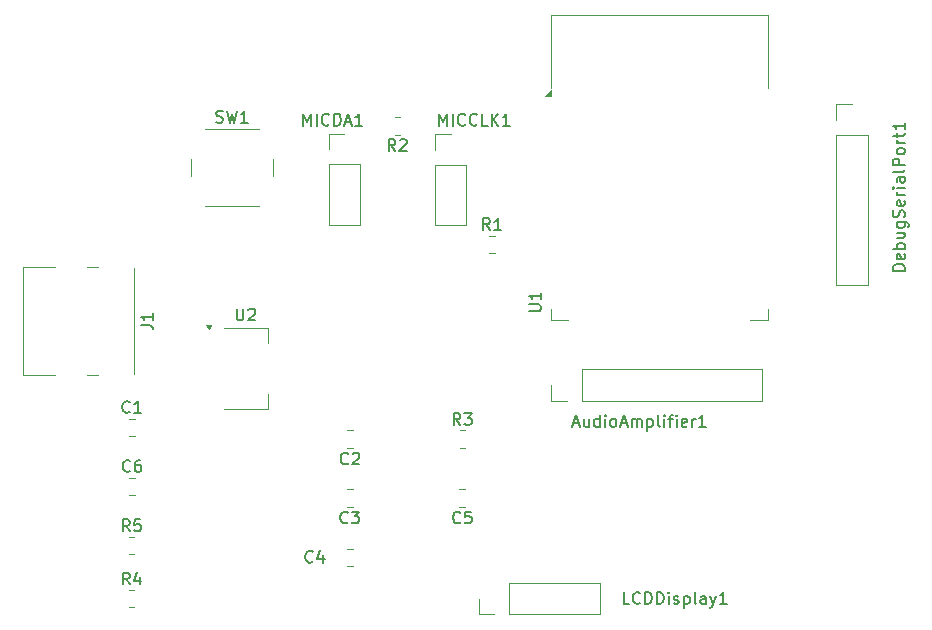
<source format=gbr>
G04 #@! TF.GenerationSoftware,KiCad,Pcbnew,8.0.4*
G04 #@! TF.CreationDate,2024-10-11T16:18:39-05:00*
G04 #@! TF.ProjectId,final_project_v0.1,66696e61-6c5f-4707-926f-6a6563745f76,rev?*
G04 #@! TF.SameCoordinates,Original*
G04 #@! TF.FileFunction,Legend,Top*
G04 #@! TF.FilePolarity,Positive*
%FSLAX46Y46*%
G04 Gerber Fmt 4.6, Leading zero omitted, Abs format (unit mm)*
G04 Created by KiCad (PCBNEW 8.0.4) date 2024-10-11 16:18:39*
%MOMM*%
%LPD*%
G01*
G04 APERTURE LIST*
%ADD10C,0.150000*%
%ADD11C,0.120000*%
G04 APERTURE END LIST*
D10*
X132547619Y-75954819D02*
X132547619Y-74954819D01*
X132547619Y-74954819D02*
X132880952Y-75669104D01*
X132880952Y-75669104D02*
X133214285Y-74954819D01*
X133214285Y-74954819D02*
X133214285Y-75954819D01*
X133690476Y-75954819D02*
X133690476Y-74954819D01*
X134738094Y-75859580D02*
X134690475Y-75907200D01*
X134690475Y-75907200D02*
X134547618Y-75954819D01*
X134547618Y-75954819D02*
X134452380Y-75954819D01*
X134452380Y-75954819D02*
X134309523Y-75907200D01*
X134309523Y-75907200D02*
X134214285Y-75811961D01*
X134214285Y-75811961D02*
X134166666Y-75716723D01*
X134166666Y-75716723D02*
X134119047Y-75526247D01*
X134119047Y-75526247D02*
X134119047Y-75383390D01*
X134119047Y-75383390D02*
X134166666Y-75192914D01*
X134166666Y-75192914D02*
X134214285Y-75097676D01*
X134214285Y-75097676D02*
X134309523Y-75002438D01*
X134309523Y-75002438D02*
X134452380Y-74954819D01*
X134452380Y-74954819D02*
X134547618Y-74954819D01*
X134547618Y-74954819D02*
X134690475Y-75002438D01*
X134690475Y-75002438D02*
X134738094Y-75050057D01*
X135738094Y-75859580D02*
X135690475Y-75907200D01*
X135690475Y-75907200D02*
X135547618Y-75954819D01*
X135547618Y-75954819D02*
X135452380Y-75954819D01*
X135452380Y-75954819D02*
X135309523Y-75907200D01*
X135309523Y-75907200D02*
X135214285Y-75811961D01*
X135214285Y-75811961D02*
X135166666Y-75716723D01*
X135166666Y-75716723D02*
X135119047Y-75526247D01*
X135119047Y-75526247D02*
X135119047Y-75383390D01*
X135119047Y-75383390D02*
X135166666Y-75192914D01*
X135166666Y-75192914D02*
X135214285Y-75097676D01*
X135214285Y-75097676D02*
X135309523Y-75002438D01*
X135309523Y-75002438D02*
X135452380Y-74954819D01*
X135452380Y-74954819D02*
X135547618Y-74954819D01*
X135547618Y-74954819D02*
X135690475Y-75002438D01*
X135690475Y-75002438D02*
X135738094Y-75050057D01*
X136642856Y-75954819D02*
X136166666Y-75954819D01*
X136166666Y-75954819D02*
X136166666Y-74954819D01*
X136976190Y-75954819D02*
X136976190Y-74954819D01*
X137547618Y-75954819D02*
X137119047Y-75383390D01*
X137547618Y-74954819D02*
X136976190Y-75526247D01*
X138499999Y-75954819D02*
X137928571Y-75954819D01*
X138214285Y-75954819D02*
X138214285Y-74954819D01*
X138214285Y-74954819D02*
X138119047Y-75097676D01*
X138119047Y-75097676D02*
X138023809Y-75192914D01*
X138023809Y-75192914D02*
X137928571Y-75240533D01*
X128833333Y-78104819D02*
X128500000Y-77628628D01*
X128261905Y-78104819D02*
X128261905Y-77104819D01*
X128261905Y-77104819D02*
X128642857Y-77104819D01*
X128642857Y-77104819D02*
X128738095Y-77152438D01*
X128738095Y-77152438D02*
X128785714Y-77200057D01*
X128785714Y-77200057D02*
X128833333Y-77295295D01*
X128833333Y-77295295D02*
X128833333Y-77438152D01*
X128833333Y-77438152D02*
X128785714Y-77533390D01*
X128785714Y-77533390D02*
X128738095Y-77581009D01*
X128738095Y-77581009D02*
X128642857Y-77628628D01*
X128642857Y-77628628D02*
X128261905Y-77628628D01*
X129214286Y-77200057D02*
X129261905Y-77152438D01*
X129261905Y-77152438D02*
X129357143Y-77104819D01*
X129357143Y-77104819D02*
X129595238Y-77104819D01*
X129595238Y-77104819D02*
X129690476Y-77152438D01*
X129690476Y-77152438D02*
X129738095Y-77200057D01*
X129738095Y-77200057D02*
X129785714Y-77295295D01*
X129785714Y-77295295D02*
X129785714Y-77390533D01*
X129785714Y-77390533D02*
X129738095Y-77533390D01*
X129738095Y-77533390D02*
X129166667Y-78104819D01*
X129166667Y-78104819D02*
X129785714Y-78104819D01*
X134333333Y-109539580D02*
X134285714Y-109587200D01*
X134285714Y-109587200D02*
X134142857Y-109634819D01*
X134142857Y-109634819D02*
X134047619Y-109634819D01*
X134047619Y-109634819D02*
X133904762Y-109587200D01*
X133904762Y-109587200D02*
X133809524Y-109491961D01*
X133809524Y-109491961D02*
X133761905Y-109396723D01*
X133761905Y-109396723D02*
X133714286Y-109206247D01*
X133714286Y-109206247D02*
X133714286Y-109063390D01*
X133714286Y-109063390D02*
X133761905Y-108872914D01*
X133761905Y-108872914D02*
X133809524Y-108777676D01*
X133809524Y-108777676D02*
X133904762Y-108682438D01*
X133904762Y-108682438D02*
X134047619Y-108634819D01*
X134047619Y-108634819D02*
X134142857Y-108634819D01*
X134142857Y-108634819D02*
X134285714Y-108682438D01*
X134285714Y-108682438D02*
X134333333Y-108730057D01*
X135238095Y-108634819D02*
X134761905Y-108634819D01*
X134761905Y-108634819D02*
X134714286Y-109111009D01*
X134714286Y-109111009D02*
X134761905Y-109063390D01*
X134761905Y-109063390D02*
X134857143Y-109015771D01*
X134857143Y-109015771D02*
X135095238Y-109015771D01*
X135095238Y-109015771D02*
X135190476Y-109063390D01*
X135190476Y-109063390D02*
X135238095Y-109111009D01*
X135238095Y-109111009D02*
X135285714Y-109206247D01*
X135285714Y-109206247D02*
X135285714Y-109444342D01*
X135285714Y-109444342D02*
X135238095Y-109539580D01*
X135238095Y-109539580D02*
X135190476Y-109587200D01*
X135190476Y-109587200D02*
X135095238Y-109634819D01*
X135095238Y-109634819D02*
X134857143Y-109634819D01*
X134857143Y-109634819D02*
X134761905Y-109587200D01*
X134761905Y-109587200D02*
X134714286Y-109539580D01*
X124795833Y-109539580D02*
X124748214Y-109587200D01*
X124748214Y-109587200D02*
X124605357Y-109634819D01*
X124605357Y-109634819D02*
X124510119Y-109634819D01*
X124510119Y-109634819D02*
X124367262Y-109587200D01*
X124367262Y-109587200D02*
X124272024Y-109491961D01*
X124272024Y-109491961D02*
X124224405Y-109396723D01*
X124224405Y-109396723D02*
X124176786Y-109206247D01*
X124176786Y-109206247D02*
X124176786Y-109063390D01*
X124176786Y-109063390D02*
X124224405Y-108872914D01*
X124224405Y-108872914D02*
X124272024Y-108777676D01*
X124272024Y-108777676D02*
X124367262Y-108682438D01*
X124367262Y-108682438D02*
X124510119Y-108634819D01*
X124510119Y-108634819D02*
X124605357Y-108634819D01*
X124605357Y-108634819D02*
X124748214Y-108682438D01*
X124748214Y-108682438D02*
X124795833Y-108730057D01*
X125129167Y-108634819D02*
X125748214Y-108634819D01*
X125748214Y-108634819D02*
X125414881Y-109015771D01*
X125414881Y-109015771D02*
X125557738Y-109015771D01*
X125557738Y-109015771D02*
X125652976Y-109063390D01*
X125652976Y-109063390D02*
X125700595Y-109111009D01*
X125700595Y-109111009D02*
X125748214Y-109206247D01*
X125748214Y-109206247D02*
X125748214Y-109444342D01*
X125748214Y-109444342D02*
X125700595Y-109539580D01*
X125700595Y-109539580D02*
X125652976Y-109587200D01*
X125652976Y-109587200D02*
X125557738Y-109634819D01*
X125557738Y-109634819D02*
X125272024Y-109634819D01*
X125272024Y-109634819D02*
X125176786Y-109587200D01*
X125176786Y-109587200D02*
X125129167Y-109539580D01*
X106333333Y-100179580D02*
X106285714Y-100227200D01*
X106285714Y-100227200D02*
X106142857Y-100274819D01*
X106142857Y-100274819D02*
X106047619Y-100274819D01*
X106047619Y-100274819D02*
X105904762Y-100227200D01*
X105904762Y-100227200D02*
X105809524Y-100131961D01*
X105809524Y-100131961D02*
X105761905Y-100036723D01*
X105761905Y-100036723D02*
X105714286Y-99846247D01*
X105714286Y-99846247D02*
X105714286Y-99703390D01*
X105714286Y-99703390D02*
X105761905Y-99512914D01*
X105761905Y-99512914D02*
X105809524Y-99417676D01*
X105809524Y-99417676D02*
X105904762Y-99322438D01*
X105904762Y-99322438D02*
X106047619Y-99274819D01*
X106047619Y-99274819D02*
X106142857Y-99274819D01*
X106142857Y-99274819D02*
X106285714Y-99322438D01*
X106285714Y-99322438D02*
X106333333Y-99370057D01*
X107285714Y-100274819D02*
X106714286Y-100274819D01*
X107000000Y-100274819D02*
X107000000Y-99274819D01*
X107000000Y-99274819D02*
X106904762Y-99417676D01*
X106904762Y-99417676D02*
X106809524Y-99512914D01*
X106809524Y-99512914D02*
X106714286Y-99560533D01*
X121833333Y-112859580D02*
X121785714Y-112907200D01*
X121785714Y-112907200D02*
X121642857Y-112954819D01*
X121642857Y-112954819D02*
X121547619Y-112954819D01*
X121547619Y-112954819D02*
X121404762Y-112907200D01*
X121404762Y-112907200D02*
X121309524Y-112811961D01*
X121309524Y-112811961D02*
X121261905Y-112716723D01*
X121261905Y-112716723D02*
X121214286Y-112526247D01*
X121214286Y-112526247D02*
X121214286Y-112383390D01*
X121214286Y-112383390D02*
X121261905Y-112192914D01*
X121261905Y-112192914D02*
X121309524Y-112097676D01*
X121309524Y-112097676D02*
X121404762Y-112002438D01*
X121404762Y-112002438D02*
X121547619Y-111954819D01*
X121547619Y-111954819D02*
X121642857Y-111954819D01*
X121642857Y-111954819D02*
X121785714Y-112002438D01*
X121785714Y-112002438D02*
X121833333Y-112050057D01*
X122690476Y-112288152D02*
X122690476Y-112954819D01*
X122452381Y-111907200D02*
X122214286Y-112621485D01*
X122214286Y-112621485D02*
X122833333Y-112621485D01*
X148642856Y-116454819D02*
X148166666Y-116454819D01*
X148166666Y-116454819D02*
X148166666Y-115454819D01*
X149547618Y-116359580D02*
X149499999Y-116407200D01*
X149499999Y-116407200D02*
X149357142Y-116454819D01*
X149357142Y-116454819D02*
X149261904Y-116454819D01*
X149261904Y-116454819D02*
X149119047Y-116407200D01*
X149119047Y-116407200D02*
X149023809Y-116311961D01*
X149023809Y-116311961D02*
X148976190Y-116216723D01*
X148976190Y-116216723D02*
X148928571Y-116026247D01*
X148928571Y-116026247D02*
X148928571Y-115883390D01*
X148928571Y-115883390D02*
X148976190Y-115692914D01*
X148976190Y-115692914D02*
X149023809Y-115597676D01*
X149023809Y-115597676D02*
X149119047Y-115502438D01*
X149119047Y-115502438D02*
X149261904Y-115454819D01*
X149261904Y-115454819D02*
X149357142Y-115454819D01*
X149357142Y-115454819D02*
X149499999Y-115502438D01*
X149499999Y-115502438D02*
X149547618Y-115550057D01*
X149976190Y-116454819D02*
X149976190Y-115454819D01*
X149976190Y-115454819D02*
X150214285Y-115454819D01*
X150214285Y-115454819D02*
X150357142Y-115502438D01*
X150357142Y-115502438D02*
X150452380Y-115597676D01*
X150452380Y-115597676D02*
X150499999Y-115692914D01*
X150499999Y-115692914D02*
X150547618Y-115883390D01*
X150547618Y-115883390D02*
X150547618Y-116026247D01*
X150547618Y-116026247D02*
X150499999Y-116216723D01*
X150499999Y-116216723D02*
X150452380Y-116311961D01*
X150452380Y-116311961D02*
X150357142Y-116407200D01*
X150357142Y-116407200D02*
X150214285Y-116454819D01*
X150214285Y-116454819D02*
X149976190Y-116454819D01*
X150976190Y-116454819D02*
X150976190Y-115454819D01*
X150976190Y-115454819D02*
X151214285Y-115454819D01*
X151214285Y-115454819D02*
X151357142Y-115502438D01*
X151357142Y-115502438D02*
X151452380Y-115597676D01*
X151452380Y-115597676D02*
X151499999Y-115692914D01*
X151499999Y-115692914D02*
X151547618Y-115883390D01*
X151547618Y-115883390D02*
X151547618Y-116026247D01*
X151547618Y-116026247D02*
X151499999Y-116216723D01*
X151499999Y-116216723D02*
X151452380Y-116311961D01*
X151452380Y-116311961D02*
X151357142Y-116407200D01*
X151357142Y-116407200D02*
X151214285Y-116454819D01*
X151214285Y-116454819D02*
X150976190Y-116454819D01*
X151976190Y-116454819D02*
X151976190Y-115788152D01*
X151976190Y-115454819D02*
X151928571Y-115502438D01*
X151928571Y-115502438D02*
X151976190Y-115550057D01*
X151976190Y-115550057D02*
X152023809Y-115502438D01*
X152023809Y-115502438D02*
X151976190Y-115454819D01*
X151976190Y-115454819D02*
X151976190Y-115550057D01*
X152404761Y-116407200D02*
X152499999Y-116454819D01*
X152499999Y-116454819D02*
X152690475Y-116454819D01*
X152690475Y-116454819D02*
X152785713Y-116407200D01*
X152785713Y-116407200D02*
X152833332Y-116311961D01*
X152833332Y-116311961D02*
X152833332Y-116264342D01*
X152833332Y-116264342D02*
X152785713Y-116169104D01*
X152785713Y-116169104D02*
X152690475Y-116121485D01*
X152690475Y-116121485D02*
X152547618Y-116121485D01*
X152547618Y-116121485D02*
X152452380Y-116073866D01*
X152452380Y-116073866D02*
X152404761Y-115978628D01*
X152404761Y-115978628D02*
X152404761Y-115931009D01*
X152404761Y-115931009D02*
X152452380Y-115835771D01*
X152452380Y-115835771D02*
X152547618Y-115788152D01*
X152547618Y-115788152D02*
X152690475Y-115788152D01*
X152690475Y-115788152D02*
X152785713Y-115835771D01*
X153261904Y-115788152D02*
X153261904Y-116788152D01*
X153261904Y-115835771D02*
X153357142Y-115788152D01*
X153357142Y-115788152D02*
X153547618Y-115788152D01*
X153547618Y-115788152D02*
X153642856Y-115835771D01*
X153642856Y-115835771D02*
X153690475Y-115883390D01*
X153690475Y-115883390D02*
X153738094Y-115978628D01*
X153738094Y-115978628D02*
X153738094Y-116264342D01*
X153738094Y-116264342D02*
X153690475Y-116359580D01*
X153690475Y-116359580D02*
X153642856Y-116407200D01*
X153642856Y-116407200D02*
X153547618Y-116454819D01*
X153547618Y-116454819D02*
X153357142Y-116454819D01*
X153357142Y-116454819D02*
X153261904Y-116407200D01*
X154309523Y-116454819D02*
X154214285Y-116407200D01*
X154214285Y-116407200D02*
X154166666Y-116311961D01*
X154166666Y-116311961D02*
X154166666Y-115454819D01*
X155119047Y-116454819D02*
X155119047Y-115931009D01*
X155119047Y-115931009D02*
X155071428Y-115835771D01*
X155071428Y-115835771D02*
X154976190Y-115788152D01*
X154976190Y-115788152D02*
X154785714Y-115788152D01*
X154785714Y-115788152D02*
X154690476Y-115835771D01*
X155119047Y-116407200D02*
X155023809Y-116454819D01*
X155023809Y-116454819D02*
X154785714Y-116454819D01*
X154785714Y-116454819D02*
X154690476Y-116407200D01*
X154690476Y-116407200D02*
X154642857Y-116311961D01*
X154642857Y-116311961D02*
X154642857Y-116216723D01*
X154642857Y-116216723D02*
X154690476Y-116121485D01*
X154690476Y-116121485D02*
X154785714Y-116073866D01*
X154785714Y-116073866D02*
X155023809Y-116073866D01*
X155023809Y-116073866D02*
X155119047Y-116026247D01*
X155500000Y-115788152D02*
X155738095Y-116454819D01*
X155976190Y-115788152D02*
X155738095Y-116454819D01*
X155738095Y-116454819D02*
X155642857Y-116692914D01*
X155642857Y-116692914D02*
X155595238Y-116740533D01*
X155595238Y-116740533D02*
X155500000Y-116788152D01*
X156880952Y-116454819D02*
X156309524Y-116454819D01*
X156595238Y-116454819D02*
X156595238Y-115454819D01*
X156595238Y-115454819D02*
X156500000Y-115597676D01*
X156500000Y-115597676D02*
X156404762Y-115692914D01*
X156404762Y-115692914D02*
X156309524Y-115740533D01*
X143880952Y-101169104D02*
X144357142Y-101169104D01*
X143785714Y-101454819D02*
X144119047Y-100454819D01*
X144119047Y-100454819D02*
X144452380Y-101454819D01*
X145214285Y-100788152D02*
X145214285Y-101454819D01*
X144785714Y-100788152D02*
X144785714Y-101311961D01*
X144785714Y-101311961D02*
X144833333Y-101407200D01*
X144833333Y-101407200D02*
X144928571Y-101454819D01*
X144928571Y-101454819D02*
X145071428Y-101454819D01*
X145071428Y-101454819D02*
X145166666Y-101407200D01*
X145166666Y-101407200D02*
X145214285Y-101359580D01*
X146119047Y-101454819D02*
X146119047Y-100454819D01*
X146119047Y-101407200D02*
X146023809Y-101454819D01*
X146023809Y-101454819D02*
X145833333Y-101454819D01*
X145833333Y-101454819D02*
X145738095Y-101407200D01*
X145738095Y-101407200D02*
X145690476Y-101359580D01*
X145690476Y-101359580D02*
X145642857Y-101264342D01*
X145642857Y-101264342D02*
X145642857Y-100978628D01*
X145642857Y-100978628D02*
X145690476Y-100883390D01*
X145690476Y-100883390D02*
X145738095Y-100835771D01*
X145738095Y-100835771D02*
X145833333Y-100788152D01*
X145833333Y-100788152D02*
X146023809Y-100788152D01*
X146023809Y-100788152D02*
X146119047Y-100835771D01*
X146595238Y-101454819D02*
X146595238Y-100788152D01*
X146595238Y-100454819D02*
X146547619Y-100502438D01*
X146547619Y-100502438D02*
X146595238Y-100550057D01*
X146595238Y-100550057D02*
X146642857Y-100502438D01*
X146642857Y-100502438D02*
X146595238Y-100454819D01*
X146595238Y-100454819D02*
X146595238Y-100550057D01*
X147214285Y-101454819D02*
X147119047Y-101407200D01*
X147119047Y-101407200D02*
X147071428Y-101359580D01*
X147071428Y-101359580D02*
X147023809Y-101264342D01*
X147023809Y-101264342D02*
X147023809Y-100978628D01*
X147023809Y-100978628D02*
X147071428Y-100883390D01*
X147071428Y-100883390D02*
X147119047Y-100835771D01*
X147119047Y-100835771D02*
X147214285Y-100788152D01*
X147214285Y-100788152D02*
X147357142Y-100788152D01*
X147357142Y-100788152D02*
X147452380Y-100835771D01*
X147452380Y-100835771D02*
X147499999Y-100883390D01*
X147499999Y-100883390D02*
X147547618Y-100978628D01*
X147547618Y-100978628D02*
X147547618Y-101264342D01*
X147547618Y-101264342D02*
X147499999Y-101359580D01*
X147499999Y-101359580D02*
X147452380Y-101407200D01*
X147452380Y-101407200D02*
X147357142Y-101454819D01*
X147357142Y-101454819D02*
X147214285Y-101454819D01*
X147928571Y-101169104D02*
X148404761Y-101169104D01*
X147833333Y-101454819D02*
X148166666Y-100454819D01*
X148166666Y-100454819D02*
X148499999Y-101454819D01*
X148833333Y-101454819D02*
X148833333Y-100788152D01*
X148833333Y-100883390D02*
X148880952Y-100835771D01*
X148880952Y-100835771D02*
X148976190Y-100788152D01*
X148976190Y-100788152D02*
X149119047Y-100788152D01*
X149119047Y-100788152D02*
X149214285Y-100835771D01*
X149214285Y-100835771D02*
X149261904Y-100931009D01*
X149261904Y-100931009D02*
X149261904Y-101454819D01*
X149261904Y-100931009D02*
X149309523Y-100835771D01*
X149309523Y-100835771D02*
X149404761Y-100788152D01*
X149404761Y-100788152D02*
X149547618Y-100788152D01*
X149547618Y-100788152D02*
X149642857Y-100835771D01*
X149642857Y-100835771D02*
X149690476Y-100931009D01*
X149690476Y-100931009D02*
X149690476Y-101454819D01*
X150166666Y-100788152D02*
X150166666Y-101788152D01*
X150166666Y-100835771D02*
X150261904Y-100788152D01*
X150261904Y-100788152D02*
X150452380Y-100788152D01*
X150452380Y-100788152D02*
X150547618Y-100835771D01*
X150547618Y-100835771D02*
X150595237Y-100883390D01*
X150595237Y-100883390D02*
X150642856Y-100978628D01*
X150642856Y-100978628D02*
X150642856Y-101264342D01*
X150642856Y-101264342D02*
X150595237Y-101359580D01*
X150595237Y-101359580D02*
X150547618Y-101407200D01*
X150547618Y-101407200D02*
X150452380Y-101454819D01*
X150452380Y-101454819D02*
X150261904Y-101454819D01*
X150261904Y-101454819D02*
X150166666Y-101407200D01*
X151214285Y-101454819D02*
X151119047Y-101407200D01*
X151119047Y-101407200D02*
X151071428Y-101311961D01*
X151071428Y-101311961D02*
X151071428Y-100454819D01*
X151595238Y-101454819D02*
X151595238Y-100788152D01*
X151595238Y-100454819D02*
X151547619Y-100502438D01*
X151547619Y-100502438D02*
X151595238Y-100550057D01*
X151595238Y-100550057D02*
X151642857Y-100502438D01*
X151642857Y-100502438D02*
X151595238Y-100454819D01*
X151595238Y-100454819D02*
X151595238Y-100550057D01*
X151928571Y-100788152D02*
X152309523Y-100788152D01*
X152071428Y-101454819D02*
X152071428Y-100597676D01*
X152071428Y-100597676D02*
X152119047Y-100502438D01*
X152119047Y-100502438D02*
X152214285Y-100454819D01*
X152214285Y-100454819D02*
X152309523Y-100454819D01*
X152642857Y-101454819D02*
X152642857Y-100788152D01*
X152642857Y-100454819D02*
X152595238Y-100502438D01*
X152595238Y-100502438D02*
X152642857Y-100550057D01*
X152642857Y-100550057D02*
X152690476Y-100502438D01*
X152690476Y-100502438D02*
X152642857Y-100454819D01*
X152642857Y-100454819D02*
X152642857Y-100550057D01*
X153499999Y-101407200D02*
X153404761Y-101454819D01*
X153404761Y-101454819D02*
X153214285Y-101454819D01*
X153214285Y-101454819D02*
X153119047Y-101407200D01*
X153119047Y-101407200D02*
X153071428Y-101311961D01*
X153071428Y-101311961D02*
X153071428Y-100931009D01*
X153071428Y-100931009D02*
X153119047Y-100835771D01*
X153119047Y-100835771D02*
X153214285Y-100788152D01*
X153214285Y-100788152D02*
X153404761Y-100788152D01*
X153404761Y-100788152D02*
X153499999Y-100835771D01*
X153499999Y-100835771D02*
X153547618Y-100931009D01*
X153547618Y-100931009D02*
X153547618Y-101026247D01*
X153547618Y-101026247D02*
X153071428Y-101121485D01*
X153976190Y-101454819D02*
X153976190Y-100788152D01*
X153976190Y-100978628D02*
X154023809Y-100883390D01*
X154023809Y-100883390D02*
X154071428Y-100835771D01*
X154071428Y-100835771D02*
X154166666Y-100788152D01*
X154166666Y-100788152D02*
X154261904Y-100788152D01*
X155119047Y-101454819D02*
X154547619Y-101454819D01*
X154833333Y-101454819D02*
X154833333Y-100454819D01*
X154833333Y-100454819D02*
X154738095Y-100597676D01*
X154738095Y-100597676D02*
X154642857Y-100692914D01*
X154642857Y-100692914D02*
X154547619Y-100740533D01*
X134333333Y-101304819D02*
X134000000Y-100828628D01*
X133761905Y-101304819D02*
X133761905Y-100304819D01*
X133761905Y-100304819D02*
X134142857Y-100304819D01*
X134142857Y-100304819D02*
X134238095Y-100352438D01*
X134238095Y-100352438D02*
X134285714Y-100400057D01*
X134285714Y-100400057D02*
X134333333Y-100495295D01*
X134333333Y-100495295D02*
X134333333Y-100638152D01*
X134333333Y-100638152D02*
X134285714Y-100733390D01*
X134285714Y-100733390D02*
X134238095Y-100781009D01*
X134238095Y-100781009D02*
X134142857Y-100828628D01*
X134142857Y-100828628D02*
X133761905Y-100828628D01*
X134666667Y-100304819D02*
X135285714Y-100304819D01*
X135285714Y-100304819D02*
X134952381Y-100685771D01*
X134952381Y-100685771D02*
X135095238Y-100685771D01*
X135095238Y-100685771D02*
X135190476Y-100733390D01*
X135190476Y-100733390D02*
X135238095Y-100781009D01*
X135238095Y-100781009D02*
X135285714Y-100876247D01*
X135285714Y-100876247D02*
X135285714Y-101114342D01*
X135285714Y-101114342D02*
X135238095Y-101209580D01*
X135238095Y-101209580D02*
X135190476Y-101257200D01*
X135190476Y-101257200D02*
X135095238Y-101304819D01*
X135095238Y-101304819D02*
X134809524Y-101304819D01*
X134809524Y-101304819D02*
X134714286Y-101257200D01*
X134714286Y-101257200D02*
X134666667Y-101209580D01*
X171954819Y-88238095D02*
X170954819Y-88238095D01*
X170954819Y-88238095D02*
X170954819Y-88000000D01*
X170954819Y-88000000D02*
X171002438Y-87857143D01*
X171002438Y-87857143D02*
X171097676Y-87761905D01*
X171097676Y-87761905D02*
X171192914Y-87714286D01*
X171192914Y-87714286D02*
X171383390Y-87666667D01*
X171383390Y-87666667D02*
X171526247Y-87666667D01*
X171526247Y-87666667D02*
X171716723Y-87714286D01*
X171716723Y-87714286D02*
X171811961Y-87761905D01*
X171811961Y-87761905D02*
X171907200Y-87857143D01*
X171907200Y-87857143D02*
X171954819Y-88000000D01*
X171954819Y-88000000D02*
X171954819Y-88238095D01*
X171907200Y-86857143D02*
X171954819Y-86952381D01*
X171954819Y-86952381D02*
X171954819Y-87142857D01*
X171954819Y-87142857D02*
X171907200Y-87238095D01*
X171907200Y-87238095D02*
X171811961Y-87285714D01*
X171811961Y-87285714D02*
X171431009Y-87285714D01*
X171431009Y-87285714D02*
X171335771Y-87238095D01*
X171335771Y-87238095D02*
X171288152Y-87142857D01*
X171288152Y-87142857D02*
X171288152Y-86952381D01*
X171288152Y-86952381D02*
X171335771Y-86857143D01*
X171335771Y-86857143D02*
X171431009Y-86809524D01*
X171431009Y-86809524D02*
X171526247Y-86809524D01*
X171526247Y-86809524D02*
X171621485Y-87285714D01*
X171954819Y-86380952D02*
X170954819Y-86380952D01*
X171335771Y-86380952D02*
X171288152Y-86285714D01*
X171288152Y-86285714D02*
X171288152Y-86095238D01*
X171288152Y-86095238D02*
X171335771Y-86000000D01*
X171335771Y-86000000D02*
X171383390Y-85952381D01*
X171383390Y-85952381D02*
X171478628Y-85904762D01*
X171478628Y-85904762D02*
X171764342Y-85904762D01*
X171764342Y-85904762D02*
X171859580Y-85952381D01*
X171859580Y-85952381D02*
X171907200Y-86000000D01*
X171907200Y-86000000D02*
X171954819Y-86095238D01*
X171954819Y-86095238D02*
X171954819Y-86285714D01*
X171954819Y-86285714D02*
X171907200Y-86380952D01*
X171288152Y-85047619D02*
X171954819Y-85047619D01*
X171288152Y-85476190D02*
X171811961Y-85476190D01*
X171811961Y-85476190D02*
X171907200Y-85428571D01*
X171907200Y-85428571D02*
X171954819Y-85333333D01*
X171954819Y-85333333D02*
X171954819Y-85190476D01*
X171954819Y-85190476D02*
X171907200Y-85095238D01*
X171907200Y-85095238D02*
X171859580Y-85047619D01*
X171288152Y-84142857D02*
X172097676Y-84142857D01*
X172097676Y-84142857D02*
X172192914Y-84190476D01*
X172192914Y-84190476D02*
X172240533Y-84238095D01*
X172240533Y-84238095D02*
X172288152Y-84333333D01*
X172288152Y-84333333D02*
X172288152Y-84476190D01*
X172288152Y-84476190D02*
X172240533Y-84571428D01*
X171907200Y-84142857D02*
X171954819Y-84238095D01*
X171954819Y-84238095D02*
X171954819Y-84428571D01*
X171954819Y-84428571D02*
X171907200Y-84523809D01*
X171907200Y-84523809D02*
X171859580Y-84571428D01*
X171859580Y-84571428D02*
X171764342Y-84619047D01*
X171764342Y-84619047D02*
X171478628Y-84619047D01*
X171478628Y-84619047D02*
X171383390Y-84571428D01*
X171383390Y-84571428D02*
X171335771Y-84523809D01*
X171335771Y-84523809D02*
X171288152Y-84428571D01*
X171288152Y-84428571D02*
X171288152Y-84238095D01*
X171288152Y-84238095D02*
X171335771Y-84142857D01*
X171907200Y-83714285D02*
X171954819Y-83571428D01*
X171954819Y-83571428D02*
X171954819Y-83333333D01*
X171954819Y-83333333D02*
X171907200Y-83238095D01*
X171907200Y-83238095D02*
X171859580Y-83190476D01*
X171859580Y-83190476D02*
X171764342Y-83142857D01*
X171764342Y-83142857D02*
X171669104Y-83142857D01*
X171669104Y-83142857D02*
X171573866Y-83190476D01*
X171573866Y-83190476D02*
X171526247Y-83238095D01*
X171526247Y-83238095D02*
X171478628Y-83333333D01*
X171478628Y-83333333D02*
X171431009Y-83523809D01*
X171431009Y-83523809D02*
X171383390Y-83619047D01*
X171383390Y-83619047D02*
X171335771Y-83666666D01*
X171335771Y-83666666D02*
X171240533Y-83714285D01*
X171240533Y-83714285D02*
X171145295Y-83714285D01*
X171145295Y-83714285D02*
X171050057Y-83666666D01*
X171050057Y-83666666D02*
X171002438Y-83619047D01*
X171002438Y-83619047D02*
X170954819Y-83523809D01*
X170954819Y-83523809D02*
X170954819Y-83285714D01*
X170954819Y-83285714D02*
X171002438Y-83142857D01*
X171907200Y-82333333D02*
X171954819Y-82428571D01*
X171954819Y-82428571D02*
X171954819Y-82619047D01*
X171954819Y-82619047D02*
X171907200Y-82714285D01*
X171907200Y-82714285D02*
X171811961Y-82761904D01*
X171811961Y-82761904D02*
X171431009Y-82761904D01*
X171431009Y-82761904D02*
X171335771Y-82714285D01*
X171335771Y-82714285D02*
X171288152Y-82619047D01*
X171288152Y-82619047D02*
X171288152Y-82428571D01*
X171288152Y-82428571D02*
X171335771Y-82333333D01*
X171335771Y-82333333D02*
X171431009Y-82285714D01*
X171431009Y-82285714D02*
X171526247Y-82285714D01*
X171526247Y-82285714D02*
X171621485Y-82761904D01*
X171954819Y-81857142D02*
X171288152Y-81857142D01*
X171478628Y-81857142D02*
X171383390Y-81809523D01*
X171383390Y-81809523D02*
X171335771Y-81761904D01*
X171335771Y-81761904D02*
X171288152Y-81666666D01*
X171288152Y-81666666D02*
X171288152Y-81571428D01*
X171954819Y-81238094D02*
X171288152Y-81238094D01*
X170954819Y-81238094D02*
X171002438Y-81285713D01*
X171002438Y-81285713D02*
X171050057Y-81238094D01*
X171050057Y-81238094D02*
X171002438Y-81190475D01*
X171002438Y-81190475D02*
X170954819Y-81238094D01*
X170954819Y-81238094D02*
X171050057Y-81238094D01*
X171954819Y-80333333D02*
X171431009Y-80333333D01*
X171431009Y-80333333D02*
X171335771Y-80380952D01*
X171335771Y-80380952D02*
X171288152Y-80476190D01*
X171288152Y-80476190D02*
X171288152Y-80666666D01*
X171288152Y-80666666D02*
X171335771Y-80761904D01*
X171907200Y-80333333D02*
X171954819Y-80428571D01*
X171954819Y-80428571D02*
X171954819Y-80666666D01*
X171954819Y-80666666D02*
X171907200Y-80761904D01*
X171907200Y-80761904D02*
X171811961Y-80809523D01*
X171811961Y-80809523D02*
X171716723Y-80809523D01*
X171716723Y-80809523D02*
X171621485Y-80761904D01*
X171621485Y-80761904D02*
X171573866Y-80666666D01*
X171573866Y-80666666D02*
X171573866Y-80428571D01*
X171573866Y-80428571D02*
X171526247Y-80333333D01*
X171954819Y-79714285D02*
X171907200Y-79809523D01*
X171907200Y-79809523D02*
X171811961Y-79857142D01*
X171811961Y-79857142D02*
X170954819Y-79857142D01*
X171954819Y-79333332D02*
X170954819Y-79333332D01*
X170954819Y-79333332D02*
X170954819Y-78952380D01*
X170954819Y-78952380D02*
X171002438Y-78857142D01*
X171002438Y-78857142D02*
X171050057Y-78809523D01*
X171050057Y-78809523D02*
X171145295Y-78761904D01*
X171145295Y-78761904D02*
X171288152Y-78761904D01*
X171288152Y-78761904D02*
X171383390Y-78809523D01*
X171383390Y-78809523D02*
X171431009Y-78857142D01*
X171431009Y-78857142D02*
X171478628Y-78952380D01*
X171478628Y-78952380D02*
X171478628Y-79333332D01*
X171954819Y-78190475D02*
X171907200Y-78285713D01*
X171907200Y-78285713D02*
X171859580Y-78333332D01*
X171859580Y-78333332D02*
X171764342Y-78380951D01*
X171764342Y-78380951D02*
X171478628Y-78380951D01*
X171478628Y-78380951D02*
X171383390Y-78333332D01*
X171383390Y-78333332D02*
X171335771Y-78285713D01*
X171335771Y-78285713D02*
X171288152Y-78190475D01*
X171288152Y-78190475D02*
X171288152Y-78047618D01*
X171288152Y-78047618D02*
X171335771Y-77952380D01*
X171335771Y-77952380D02*
X171383390Y-77904761D01*
X171383390Y-77904761D02*
X171478628Y-77857142D01*
X171478628Y-77857142D02*
X171764342Y-77857142D01*
X171764342Y-77857142D02*
X171859580Y-77904761D01*
X171859580Y-77904761D02*
X171907200Y-77952380D01*
X171907200Y-77952380D02*
X171954819Y-78047618D01*
X171954819Y-78047618D02*
X171954819Y-78190475D01*
X171954819Y-77428570D02*
X171288152Y-77428570D01*
X171478628Y-77428570D02*
X171383390Y-77380951D01*
X171383390Y-77380951D02*
X171335771Y-77333332D01*
X171335771Y-77333332D02*
X171288152Y-77238094D01*
X171288152Y-77238094D02*
X171288152Y-77142856D01*
X171288152Y-76952379D02*
X171288152Y-76571427D01*
X170954819Y-76809522D02*
X171811961Y-76809522D01*
X171811961Y-76809522D02*
X171907200Y-76761903D01*
X171907200Y-76761903D02*
X171954819Y-76666665D01*
X171954819Y-76666665D02*
X171954819Y-76571427D01*
X171954819Y-75714284D02*
X171954819Y-76285712D01*
X171954819Y-75999998D02*
X170954819Y-75999998D01*
X170954819Y-75999998D02*
X171097676Y-76095236D01*
X171097676Y-76095236D02*
X171192914Y-76190474D01*
X171192914Y-76190474D02*
X171240533Y-76285712D01*
X124833333Y-104539580D02*
X124785714Y-104587200D01*
X124785714Y-104587200D02*
X124642857Y-104634819D01*
X124642857Y-104634819D02*
X124547619Y-104634819D01*
X124547619Y-104634819D02*
X124404762Y-104587200D01*
X124404762Y-104587200D02*
X124309524Y-104491961D01*
X124309524Y-104491961D02*
X124261905Y-104396723D01*
X124261905Y-104396723D02*
X124214286Y-104206247D01*
X124214286Y-104206247D02*
X124214286Y-104063390D01*
X124214286Y-104063390D02*
X124261905Y-103872914D01*
X124261905Y-103872914D02*
X124309524Y-103777676D01*
X124309524Y-103777676D02*
X124404762Y-103682438D01*
X124404762Y-103682438D02*
X124547619Y-103634819D01*
X124547619Y-103634819D02*
X124642857Y-103634819D01*
X124642857Y-103634819D02*
X124785714Y-103682438D01*
X124785714Y-103682438D02*
X124833333Y-103730057D01*
X125214286Y-103730057D02*
X125261905Y-103682438D01*
X125261905Y-103682438D02*
X125357143Y-103634819D01*
X125357143Y-103634819D02*
X125595238Y-103634819D01*
X125595238Y-103634819D02*
X125690476Y-103682438D01*
X125690476Y-103682438D02*
X125738095Y-103730057D01*
X125738095Y-103730057D02*
X125785714Y-103825295D01*
X125785714Y-103825295D02*
X125785714Y-103920533D01*
X125785714Y-103920533D02*
X125738095Y-104063390D01*
X125738095Y-104063390D02*
X125166667Y-104634819D01*
X125166667Y-104634819D02*
X125785714Y-104634819D01*
X106333333Y-110304819D02*
X106000000Y-109828628D01*
X105761905Y-110304819D02*
X105761905Y-109304819D01*
X105761905Y-109304819D02*
X106142857Y-109304819D01*
X106142857Y-109304819D02*
X106238095Y-109352438D01*
X106238095Y-109352438D02*
X106285714Y-109400057D01*
X106285714Y-109400057D02*
X106333333Y-109495295D01*
X106333333Y-109495295D02*
X106333333Y-109638152D01*
X106333333Y-109638152D02*
X106285714Y-109733390D01*
X106285714Y-109733390D02*
X106238095Y-109781009D01*
X106238095Y-109781009D02*
X106142857Y-109828628D01*
X106142857Y-109828628D02*
X105761905Y-109828628D01*
X107238095Y-109304819D02*
X106761905Y-109304819D01*
X106761905Y-109304819D02*
X106714286Y-109781009D01*
X106714286Y-109781009D02*
X106761905Y-109733390D01*
X106761905Y-109733390D02*
X106857143Y-109685771D01*
X106857143Y-109685771D02*
X107095238Y-109685771D01*
X107095238Y-109685771D02*
X107190476Y-109733390D01*
X107190476Y-109733390D02*
X107238095Y-109781009D01*
X107238095Y-109781009D02*
X107285714Y-109876247D01*
X107285714Y-109876247D02*
X107285714Y-110114342D01*
X107285714Y-110114342D02*
X107238095Y-110209580D01*
X107238095Y-110209580D02*
X107190476Y-110257200D01*
X107190476Y-110257200D02*
X107095238Y-110304819D01*
X107095238Y-110304819D02*
X106857143Y-110304819D01*
X106857143Y-110304819D02*
X106761905Y-110257200D01*
X106761905Y-110257200D02*
X106714286Y-110209580D01*
X113666667Y-75657200D02*
X113809524Y-75704819D01*
X113809524Y-75704819D02*
X114047619Y-75704819D01*
X114047619Y-75704819D02*
X114142857Y-75657200D01*
X114142857Y-75657200D02*
X114190476Y-75609580D01*
X114190476Y-75609580D02*
X114238095Y-75514342D01*
X114238095Y-75514342D02*
X114238095Y-75419104D01*
X114238095Y-75419104D02*
X114190476Y-75323866D01*
X114190476Y-75323866D02*
X114142857Y-75276247D01*
X114142857Y-75276247D02*
X114047619Y-75228628D01*
X114047619Y-75228628D02*
X113857143Y-75181009D01*
X113857143Y-75181009D02*
X113761905Y-75133390D01*
X113761905Y-75133390D02*
X113714286Y-75085771D01*
X113714286Y-75085771D02*
X113666667Y-74990533D01*
X113666667Y-74990533D02*
X113666667Y-74895295D01*
X113666667Y-74895295D02*
X113714286Y-74800057D01*
X113714286Y-74800057D02*
X113761905Y-74752438D01*
X113761905Y-74752438D02*
X113857143Y-74704819D01*
X113857143Y-74704819D02*
X114095238Y-74704819D01*
X114095238Y-74704819D02*
X114238095Y-74752438D01*
X114571429Y-74704819D02*
X114809524Y-75704819D01*
X114809524Y-75704819D02*
X115000000Y-74990533D01*
X115000000Y-74990533D02*
X115190476Y-75704819D01*
X115190476Y-75704819D02*
X115428572Y-74704819D01*
X116333333Y-75704819D02*
X115761905Y-75704819D01*
X116047619Y-75704819D02*
X116047619Y-74704819D01*
X116047619Y-74704819D02*
X115952381Y-74847676D01*
X115952381Y-74847676D02*
X115857143Y-74942914D01*
X115857143Y-74942914D02*
X115761905Y-74990533D01*
X121023810Y-75954819D02*
X121023810Y-74954819D01*
X121023810Y-74954819D02*
X121357143Y-75669104D01*
X121357143Y-75669104D02*
X121690476Y-74954819D01*
X121690476Y-74954819D02*
X121690476Y-75954819D01*
X122166667Y-75954819D02*
X122166667Y-74954819D01*
X123214285Y-75859580D02*
X123166666Y-75907200D01*
X123166666Y-75907200D02*
X123023809Y-75954819D01*
X123023809Y-75954819D02*
X122928571Y-75954819D01*
X122928571Y-75954819D02*
X122785714Y-75907200D01*
X122785714Y-75907200D02*
X122690476Y-75811961D01*
X122690476Y-75811961D02*
X122642857Y-75716723D01*
X122642857Y-75716723D02*
X122595238Y-75526247D01*
X122595238Y-75526247D02*
X122595238Y-75383390D01*
X122595238Y-75383390D02*
X122642857Y-75192914D01*
X122642857Y-75192914D02*
X122690476Y-75097676D01*
X122690476Y-75097676D02*
X122785714Y-75002438D01*
X122785714Y-75002438D02*
X122928571Y-74954819D01*
X122928571Y-74954819D02*
X123023809Y-74954819D01*
X123023809Y-74954819D02*
X123166666Y-75002438D01*
X123166666Y-75002438D02*
X123214285Y-75050057D01*
X123642857Y-75954819D02*
X123642857Y-74954819D01*
X123642857Y-74954819D02*
X123880952Y-74954819D01*
X123880952Y-74954819D02*
X124023809Y-75002438D01*
X124023809Y-75002438D02*
X124119047Y-75097676D01*
X124119047Y-75097676D02*
X124166666Y-75192914D01*
X124166666Y-75192914D02*
X124214285Y-75383390D01*
X124214285Y-75383390D02*
X124214285Y-75526247D01*
X124214285Y-75526247D02*
X124166666Y-75716723D01*
X124166666Y-75716723D02*
X124119047Y-75811961D01*
X124119047Y-75811961D02*
X124023809Y-75907200D01*
X124023809Y-75907200D02*
X123880952Y-75954819D01*
X123880952Y-75954819D02*
X123642857Y-75954819D01*
X124595238Y-75669104D02*
X125071428Y-75669104D01*
X124500000Y-75954819D02*
X124833333Y-74954819D01*
X124833333Y-74954819D02*
X125166666Y-75954819D01*
X126023809Y-75954819D02*
X125452381Y-75954819D01*
X125738095Y-75954819D02*
X125738095Y-74954819D01*
X125738095Y-74954819D02*
X125642857Y-75097676D01*
X125642857Y-75097676D02*
X125547619Y-75192914D01*
X125547619Y-75192914D02*
X125452381Y-75240533D01*
X107279819Y-92833333D02*
X107994104Y-92833333D01*
X107994104Y-92833333D02*
X108136961Y-92880952D01*
X108136961Y-92880952D02*
X108232200Y-92976190D01*
X108232200Y-92976190D02*
X108279819Y-93119047D01*
X108279819Y-93119047D02*
X108279819Y-93214285D01*
X108279819Y-91833333D02*
X108279819Y-92404761D01*
X108279819Y-92119047D02*
X107279819Y-92119047D01*
X107279819Y-92119047D02*
X107422676Y-92214285D01*
X107422676Y-92214285D02*
X107517914Y-92309523D01*
X107517914Y-92309523D02*
X107565533Y-92404761D01*
X140129819Y-91661904D02*
X140939342Y-91661904D01*
X140939342Y-91661904D02*
X141034580Y-91614285D01*
X141034580Y-91614285D02*
X141082200Y-91566666D01*
X141082200Y-91566666D02*
X141129819Y-91471428D01*
X141129819Y-91471428D02*
X141129819Y-91280952D01*
X141129819Y-91280952D02*
X141082200Y-91185714D01*
X141082200Y-91185714D02*
X141034580Y-91138095D01*
X141034580Y-91138095D02*
X140939342Y-91090476D01*
X140939342Y-91090476D02*
X140129819Y-91090476D01*
X141129819Y-90090476D02*
X141129819Y-90661904D01*
X141129819Y-90376190D02*
X140129819Y-90376190D01*
X140129819Y-90376190D02*
X140272676Y-90471428D01*
X140272676Y-90471428D02*
X140367914Y-90566666D01*
X140367914Y-90566666D02*
X140415533Y-90661904D01*
X136833333Y-84804819D02*
X136500000Y-84328628D01*
X136261905Y-84804819D02*
X136261905Y-83804819D01*
X136261905Y-83804819D02*
X136642857Y-83804819D01*
X136642857Y-83804819D02*
X136738095Y-83852438D01*
X136738095Y-83852438D02*
X136785714Y-83900057D01*
X136785714Y-83900057D02*
X136833333Y-83995295D01*
X136833333Y-83995295D02*
X136833333Y-84138152D01*
X136833333Y-84138152D02*
X136785714Y-84233390D01*
X136785714Y-84233390D02*
X136738095Y-84281009D01*
X136738095Y-84281009D02*
X136642857Y-84328628D01*
X136642857Y-84328628D02*
X136261905Y-84328628D01*
X137785714Y-84804819D02*
X137214286Y-84804819D01*
X137500000Y-84804819D02*
X137500000Y-83804819D01*
X137500000Y-83804819D02*
X137404762Y-83947676D01*
X137404762Y-83947676D02*
X137309524Y-84042914D01*
X137309524Y-84042914D02*
X137214286Y-84090533D01*
X106370833Y-105179580D02*
X106323214Y-105227200D01*
X106323214Y-105227200D02*
X106180357Y-105274819D01*
X106180357Y-105274819D02*
X106085119Y-105274819D01*
X106085119Y-105274819D02*
X105942262Y-105227200D01*
X105942262Y-105227200D02*
X105847024Y-105131961D01*
X105847024Y-105131961D02*
X105799405Y-105036723D01*
X105799405Y-105036723D02*
X105751786Y-104846247D01*
X105751786Y-104846247D02*
X105751786Y-104703390D01*
X105751786Y-104703390D02*
X105799405Y-104512914D01*
X105799405Y-104512914D02*
X105847024Y-104417676D01*
X105847024Y-104417676D02*
X105942262Y-104322438D01*
X105942262Y-104322438D02*
X106085119Y-104274819D01*
X106085119Y-104274819D02*
X106180357Y-104274819D01*
X106180357Y-104274819D02*
X106323214Y-104322438D01*
X106323214Y-104322438D02*
X106370833Y-104370057D01*
X107227976Y-104274819D02*
X107037500Y-104274819D01*
X107037500Y-104274819D02*
X106942262Y-104322438D01*
X106942262Y-104322438D02*
X106894643Y-104370057D01*
X106894643Y-104370057D02*
X106799405Y-104512914D01*
X106799405Y-104512914D02*
X106751786Y-104703390D01*
X106751786Y-104703390D02*
X106751786Y-105084342D01*
X106751786Y-105084342D02*
X106799405Y-105179580D01*
X106799405Y-105179580D02*
X106847024Y-105227200D01*
X106847024Y-105227200D02*
X106942262Y-105274819D01*
X106942262Y-105274819D02*
X107132738Y-105274819D01*
X107132738Y-105274819D02*
X107227976Y-105227200D01*
X107227976Y-105227200D02*
X107275595Y-105179580D01*
X107275595Y-105179580D02*
X107323214Y-105084342D01*
X107323214Y-105084342D02*
X107323214Y-104846247D01*
X107323214Y-104846247D02*
X107275595Y-104751009D01*
X107275595Y-104751009D02*
X107227976Y-104703390D01*
X107227976Y-104703390D02*
X107132738Y-104655771D01*
X107132738Y-104655771D02*
X106942262Y-104655771D01*
X106942262Y-104655771D02*
X106847024Y-104703390D01*
X106847024Y-104703390D02*
X106799405Y-104751009D01*
X106799405Y-104751009D02*
X106751786Y-104846247D01*
X115388095Y-91454819D02*
X115388095Y-92264342D01*
X115388095Y-92264342D02*
X115435714Y-92359580D01*
X115435714Y-92359580D02*
X115483333Y-92407200D01*
X115483333Y-92407200D02*
X115578571Y-92454819D01*
X115578571Y-92454819D02*
X115769047Y-92454819D01*
X115769047Y-92454819D02*
X115864285Y-92407200D01*
X115864285Y-92407200D02*
X115911904Y-92359580D01*
X115911904Y-92359580D02*
X115959523Y-92264342D01*
X115959523Y-92264342D02*
X115959523Y-91454819D01*
X116388095Y-91550057D02*
X116435714Y-91502438D01*
X116435714Y-91502438D02*
X116530952Y-91454819D01*
X116530952Y-91454819D02*
X116769047Y-91454819D01*
X116769047Y-91454819D02*
X116864285Y-91502438D01*
X116864285Y-91502438D02*
X116911904Y-91550057D01*
X116911904Y-91550057D02*
X116959523Y-91645295D01*
X116959523Y-91645295D02*
X116959523Y-91740533D01*
X116959523Y-91740533D02*
X116911904Y-91883390D01*
X116911904Y-91883390D02*
X116340476Y-92454819D01*
X116340476Y-92454819D02*
X116959523Y-92454819D01*
X106333333Y-114804819D02*
X106000000Y-114328628D01*
X105761905Y-114804819D02*
X105761905Y-113804819D01*
X105761905Y-113804819D02*
X106142857Y-113804819D01*
X106142857Y-113804819D02*
X106238095Y-113852438D01*
X106238095Y-113852438D02*
X106285714Y-113900057D01*
X106285714Y-113900057D02*
X106333333Y-113995295D01*
X106333333Y-113995295D02*
X106333333Y-114138152D01*
X106333333Y-114138152D02*
X106285714Y-114233390D01*
X106285714Y-114233390D02*
X106238095Y-114281009D01*
X106238095Y-114281009D02*
X106142857Y-114328628D01*
X106142857Y-114328628D02*
X105761905Y-114328628D01*
X107190476Y-114138152D02*
X107190476Y-114804819D01*
X106952381Y-113757200D02*
X106714286Y-114471485D01*
X106714286Y-114471485D02*
X107333333Y-114471485D01*
D11*
G04 #@! TO.C,MICCLK1*
X132170000Y-76670000D02*
X133500000Y-76670000D01*
X132170000Y-78000000D02*
X132170000Y-76670000D01*
X132170000Y-79270000D02*
X132170000Y-84410000D01*
X132170000Y-79270000D02*
X134830000Y-79270000D01*
X132170000Y-84410000D02*
X134830000Y-84410000D01*
X134830000Y-79270000D02*
X134830000Y-84410000D01*
G04 #@! TO.C,R2*
X129227064Y-75265000D02*
X128772936Y-75265000D01*
X129227064Y-76735000D02*
X128772936Y-76735000D01*
G04 #@! TO.C,C5*
X134761252Y-106765000D02*
X134238748Y-106765000D01*
X134761252Y-108235000D02*
X134238748Y-108235000D01*
G04 #@! TO.C,C3*
X125223752Y-106765000D02*
X124701248Y-106765000D01*
X125223752Y-108235000D02*
X124701248Y-108235000D01*
G04 #@! TO.C,C1*
X106238748Y-100765000D02*
X106761252Y-100765000D01*
X106238748Y-102235000D02*
X106761252Y-102235000D01*
G04 #@! TO.C,C4*
X125261252Y-111765000D02*
X124738748Y-111765000D01*
X125261252Y-113235000D02*
X124738748Y-113235000D01*
G04 #@! TO.C,LCDDisplay1*
X135870000Y-117330000D02*
X135870000Y-116000000D01*
X137200000Y-117330000D02*
X135870000Y-117330000D01*
X138470000Y-114670000D02*
X146150000Y-114670000D01*
X138470000Y-117330000D02*
X138470000Y-114670000D01*
X138470000Y-117330000D02*
X146150000Y-117330000D01*
X146150000Y-117330000D02*
X146150000Y-114670000D01*
G04 #@! TO.C,AudioAmplifier1*
X142010000Y-99250000D02*
X142010000Y-97920000D01*
X143340000Y-99250000D02*
X142010000Y-99250000D01*
X144610000Y-96590000D02*
X159910000Y-96590000D01*
X144610000Y-99250000D02*
X144610000Y-96590000D01*
X144610000Y-99250000D02*
X159910000Y-99250000D01*
X159910000Y-99250000D02*
X159910000Y-96590000D01*
G04 #@! TO.C,R3*
X134272936Y-101765000D02*
X134727064Y-101765000D01*
X134272936Y-103235000D02*
X134727064Y-103235000D01*
G04 #@! TO.C,DebugSerialPort1*
X166170000Y-74130000D02*
X167500000Y-74130000D01*
X166170000Y-75460000D02*
X166170000Y-74130000D01*
X166170000Y-76730000D02*
X166170000Y-89490000D01*
X166170000Y-76730000D02*
X168830000Y-76730000D01*
X166170000Y-89490000D02*
X168830000Y-89490000D01*
X168830000Y-76730000D02*
X168830000Y-89490000D01*
G04 #@! TO.C,C2*
X125261252Y-101765000D02*
X124738748Y-101765000D01*
X125261252Y-103235000D02*
X124738748Y-103235000D01*
G04 #@! TO.C,R5*
X106272936Y-110765000D02*
X106727064Y-110765000D01*
X106272936Y-112235000D02*
X106727064Y-112235000D01*
G04 #@! TO.C,SW1*
X111500000Y-78750000D02*
X111500000Y-80250000D01*
X112750000Y-82750000D02*
X117250000Y-82750000D01*
X117250000Y-76250000D02*
X112750000Y-76250000D01*
X118500000Y-80250000D02*
X118500000Y-78750000D01*
G04 #@! TO.C,MICDA1*
X123170000Y-76630000D02*
X124500000Y-76630000D01*
X123170000Y-77960000D02*
X123170000Y-76630000D01*
X123170000Y-79230000D02*
X123170000Y-84370000D01*
X123170000Y-79230000D02*
X125830000Y-79230000D01*
X123170000Y-84370000D02*
X125830000Y-84370000D01*
X125830000Y-79230000D02*
X125830000Y-84370000D01*
G04 #@! TO.C,J1*
X97295000Y-87905000D02*
X97295000Y-97095000D01*
X100025000Y-87905000D02*
X97295000Y-87905000D01*
X100025000Y-97095000D02*
X97295000Y-97095000D01*
X103625000Y-87905000D02*
X102725000Y-87905000D01*
X103625000Y-97095000D02*
X102725000Y-97095000D01*
X106705000Y-88025000D02*
X106705000Y-96975000D01*
G04 #@! TO.C,U1*
X141975000Y-66600000D02*
X141975000Y-72800000D01*
X141975000Y-66600000D02*
X160375000Y-66600000D01*
X141975000Y-91450000D02*
X141975000Y-92450000D01*
X141975000Y-92450000D02*
X143475000Y-92450000D01*
X160375000Y-66600000D02*
X160375000Y-72800000D01*
X160375000Y-92450000D02*
X158875000Y-92450000D01*
X160375000Y-92450000D02*
X160375000Y-91450000D01*
X141975000Y-73475000D02*
X141475000Y-73475000D01*
X141975000Y-72975000D01*
X141975000Y-73475000D01*
G36*
X141975000Y-73475000D02*
G01*
X141475000Y-73475000D01*
X141975000Y-72975000D01*
X141975000Y-73475000D01*
G37*
G04 #@! TO.C,R1*
X136772936Y-85265000D02*
X137227064Y-85265000D01*
X136772936Y-86735000D02*
X137227064Y-86735000D01*
G04 #@! TO.C,C6*
X106276248Y-105765000D02*
X106798752Y-105765000D01*
X106276248Y-107235000D02*
X106798752Y-107235000D01*
G04 #@! TO.C,U2*
X114300000Y-93090000D02*
X118060000Y-93090000D01*
X114300000Y-99910000D02*
X118060000Y-99910000D01*
X118060000Y-93090000D02*
X118060000Y-94350000D01*
X118060000Y-99910000D02*
X118060000Y-98650000D01*
X113020000Y-93190000D02*
X112780000Y-92860000D01*
X113260000Y-92860000D01*
X113020000Y-93190000D01*
G36*
X113020000Y-93190000D02*
G01*
X112780000Y-92860000D01*
X113260000Y-92860000D01*
X113020000Y-93190000D01*
G37*
G04 #@! TO.C,R4*
X106272936Y-115265000D02*
X106727064Y-115265000D01*
X106272936Y-116735000D02*
X106727064Y-116735000D01*
G04 #@! TD*
M02*

</source>
